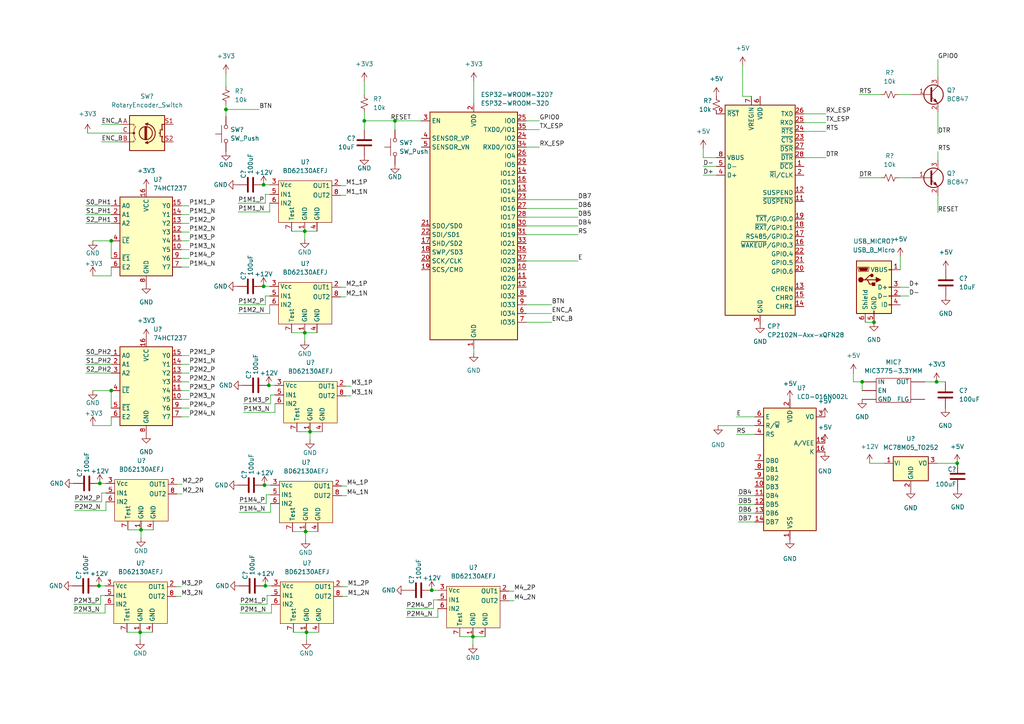
<source format=kicad_sch>
(kicad_sch (version 20211123) (generator eeschema)
  (paper "A4")
  (title_block (title "Main_Board") (rev "0"))
  (lib_symbols
    (symbol "74xx:74HCT237"
      (property "Reference" "U" (at -7.62 13.97 0))
      (property "Value" "74HCT237" (at 2.54 -11.43 0))
      (symbol "74HCT237_0_1"
        (rectangle (start -7.62 12.7) (end 7.62 -10.16) (stroke (width 0.254)) (fill (type background)))
      )
      (symbol "74HCT237_1_1"
        (pin input line (at -10.16 10.16 0) (length 2.54) (name "A0") (number "1"))
        (pin output line (at 10.16 -2.54 180) (length 2.54) (name "Y5") (number "10"))
        (pin output line (at 10.16 0 180) (length 2.54) (name "Y4") (number "11"))
        (pin output line (at 10.16 2.54 180) (length 2.54) (name "Y3") (number "12"))
        (pin output line (at 10.16 5.08 180) (length 2.54) (name "Y2") (number "13"))
        (pin output line (at 10.16 7.62 180) (length 2.54) (name "Y1") (number "14"))
        (pin output line (at 10.16 10.16 180) (length 2.54) (name "Y0") (number "15"))
        (pin power_in line (at 0 15.24 270) (length 2.54) (name "VCC") (number "16"))
        (pin input line (at -10.16 7.62 0) (length 2.54) (name "A1") (number "2"))
        (pin input line (at -10.16 5.08 0) (length 2.54) (name "A2") (number "3"))
        (pin input line (at -10.16 0 0) (length 2.54) (name "~{LE}") (number "4"))
        (pin input line (at -10.16 -5.08 0) (length 2.54) (name "~{E1}") (number "5"))
        (pin input line (at -10.16 -7.62 0) (length 2.54) (name "E2") (number "6"))
        (pin output line (at 10.16 -7.62 180) (length 2.54) (name "Y7") (number "7"))
        (pin power_in line (at 0 -12.7 90) (length 2.54) (name "GND") (number "8"))
        (pin output line (at 10.16 -5.08 180) (length 2.54) (name "Y6") (number "9"))
      )
    )
    (symbol "Connector:USB_B_Micro" (pin_names (offset 1.016))
      (property "Reference" "J" (at -5.08 11.43 0))
      (property "Value" "USB_B_Micro" (at -5.08 8.89 0))
      (symbol "USB_B_Micro_0_1"
        (rectangle (start -5.08 -7.62) (end 5.08 7.62) (stroke (width 0.254)) (fill (type background)))
        (circle (center -3.81 2.159) (radius 0.635) (stroke (width 0.254)) (fill (type outline)))
        (circle (center -0.635 3.429) (radius 0.381) (stroke (width 0.254)) (fill (type outline)))
        (rectangle (start -0.127 -7.62) (end 0.127 -6.858))
        (polyline (pts (xy -1.905 2.159) (xy 0.635 2.159)) (stroke (width 0.254)))
        (polyline (pts (xy -3.175 2.159) (xy -2.54 2.159) (xy -1.27 3.429) (xy -0.635 3.429)) (stroke (width 0.254)))
        (polyline (pts (xy -2.54 2.159) (xy -1.905 2.159) (xy -1.27 0.889) (xy 0 0.889)) (stroke (width 0.254)))
        (polyline (pts (xy 0.635 2.794) (xy 0.635 1.524) (xy 1.905 2.159) (xy 0.635 2.794)) (stroke (width 0.254)) (fill (type outline)))
        (polyline (pts (xy -4.318 5.588) (xy -1.778 5.588) (xy -2.032 4.826) (xy -4.064 4.826) (xy -4.318 5.588)) (fill (type outline)))
        (polyline (pts (xy -4.699 5.842) (xy -4.699 5.588) (xy -4.445 4.826) (xy -4.445 4.572) (xy -1.651 4.572) (xy -1.651 4.826) (xy -1.397 5.588) (xy -1.397 5.842) (xy -4.699 5.842)))
        (rectangle (start 0.254 1.27) (end -0.508 0.508) (stroke (width 0.254)) (fill (type outline)))
        (rectangle (start 5.08 -5.207) (end 4.318 -4.953))
        (rectangle (start 5.08 -2.667) (end 4.318 -2.413))
        (rectangle (start 5.08 -0.127) (end 4.318 0.127))
        (rectangle (start 5.08 4.953) (end 4.318 5.207))
      )
      (symbol "USB_B_Micro_1_1"
        (pin power_out line (at 7.62 5.08 180) (length 2.54) (name "VBUS") (number "1"))
        (pin bidirectional line (at 7.62 -2.54 180) (length 2.54) (name "D-") (number "2"))
        (pin bidirectional line (at 7.62 0 180) (length 2.54) (name "D+") (number "3"))
        (pin passive line (at 7.62 -5.08 180) (length 2.54) (name "ID") (number "4"))
        (pin power_out line (at 0 -10.16 90) (length 2.54) (name "GND") (number "5"))
        (pin passive line (at -2.54 -10.16 90) (length 2.54) (name "Shield") (number "6"))
      )
    )
    (symbol "Device:C" (pin_numbers hide) (pin_names (offset 0.254))
      (property "Reference" "C" (at 0.635 2.54 0))
      (property "Value" "C" (at 0.635 -2.54 0))
      (symbol "C_0_1"
        (polyline (pts (xy -2.032 -0.762) (xy 2.032 -0.762)) (stroke (width 0.508)))
        (polyline (pts (xy -2.032 0.762) (xy 2.032 0.762)) (stroke (width 0.508)))
      )
      (symbol "C_1_1"
        (pin passive line (at 0 3.81 270) (length 2.794) (name "~") (number "1"))
        (pin passive line (at 0 -3.81 90) (length 2.794) (name "~") (number "2"))
      )
    )
    (symbol "Device:R_Small_US" (pin_numbers hide) (pin_names (offset 0.254) hide)
      (property "Reference" "R" (at 0.762 0.508 0))
      (property "Value" "R_Small_US" (at 0.762 -1.016 0))
      (symbol "R_Small_US_1_1"
        (polyline (pts (xy 0 0) (xy 1.016 -0.381) (xy 0 -0.762) (xy -1.016 -1.143) (xy 0 -1.524)))
        (polyline (pts (xy 0 1.524) (xy 1.016 1.143) (xy 0 0.762) (xy -1.016 0.381) (xy 0 0)))
        (pin passive line (at 0 2.54 270) (length 1.016) (name "~") (number "1"))
        (pin passive line (at 0 -2.54 90) (length 1.016) (name "~") (number "2"))
      )
    )
    (symbol "Device:RotaryEncoder_Switch" (pin_names (offset 0.254) hide)
      (property "Reference" "SW" (at 0 6.604 0))
      (property "Value" "RotaryEncoder_Switch" (at 0 -6.604 0))
      (symbol "RotaryEncoder_Switch_0_1"
        (rectangle (start -5.08 5.08) (end 5.08 -5.08) (stroke (width 0.254)) (fill (type background)))
        (circle (center -3.81 0) (radius 0.254) (fill (type outline)))
        (arc (start -0.381 -2.794) (mid 2.3622 -0.0508) (end -0.381 2.667) (stroke (width 0.254)))
        (circle (center -0.381 0) (radius 1.905) (stroke (width 0.254)))
        (polyline (pts (xy -0.635 -1.778) (xy -0.635 1.778)) (stroke (width 0.254)))
        (polyline (pts (xy -0.381 -1.778) (xy -0.381 1.778)) (stroke (width 0.254)))
        (polyline (pts (xy -0.127 1.778) (xy -0.127 -1.778)) (stroke (width 0.254)))
        (polyline (pts (xy 3.81 0) (xy 3.429 0)) (stroke (width 0.254)))
        (polyline (pts (xy 3.81 1.016) (xy 3.81 -1.016)) (stroke (width 0.254)))
        (polyline (pts (xy -5.08 -2.54) (xy -3.81 -2.54) (xy -3.81 -2.032)))
        (polyline (pts (xy -5.08 2.54) (xy -3.81 2.54) (xy -3.81 2.032)))
        (polyline (pts (xy 0.254 -3.048) (xy -0.508 -2.794) (xy 0.127 -2.413)) (stroke (width 0.254)))
        (polyline (pts (xy 0.254 2.921) (xy -0.508 2.667) (xy 0.127 2.286)) (stroke (width 0.254)))
        (polyline (pts (xy 5.08 -2.54) (xy 4.318 -2.54) (xy 4.318 -1.016)) (stroke (width 0.254)))
        (polyline (pts (xy 5.08 2.54) (xy 4.318 2.54) (xy 4.318 1.016)) (stroke (width 0.254)))
        (polyline (pts (xy -5.08 0) (xy -3.81 0) (xy -3.81 -1.016) (xy -3.302 -2.032)))
        (polyline (pts (xy -4.318 0) (xy -3.81 0) (xy -3.81 1.016) (xy -3.302 2.032)))
        (circle (center 4.318 -1.016) (radius 0.127) (stroke (width 0.254)))
        (circle (center 4.318 1.016) (radius 0.127) (stroke (width 0.254)))
      )
      (symbol "RotaryEncoder_Switch_1_1"
        (pin passive line (at -7.62 2.54 0) (length 2.54) (name "A") (number "A"))
        (pin passive line (at -7.62 -2.54 0) (length 2.54) (name "B") (number "B"))
        (pin passive line (at -7.62 0 0) (length 2.54) (name "C") (number "C"))
        (pin passive line (at 7.62 2.54 180) (length 2.54) (name "S1") (number "S1"))
        (pin passive line (at 7.62 -2.54 180) (length 2.54) (name "S2") (number "S2"))
      )
    )
    (symbol "Display_Character:LCD-016N002L"
      (property "Reference" "U?" (at 2.0194 23.622 0))
      (property "Value" "LCD-016N002L" (at 2.0194 21.082 0))
      (symbol "LCD-016N002L_1_1"
        (rectangle (start -7.62 17.78) (end 7.62 -17.78) (stroke (width 0.254)) (fill (type background)))
        (pin power_in line (at 0 -20.32 90) (length 2.54) (name "VSS") (number "1"))
        (pin bidirectional line (at -10.16 -5.08 0) (length 2.54) (name "DB3") (number "10"))
        (pin bidirectional line (at -10.16 -7.62 0) (length 2.54) (name "DB4") (number "11"))
        (pin bidirectional line (at -10.16 -10.16 0) (length 2.54) (name "DB5") (number "12"))
        (pin bidirectional line (at -10.16 -12.7 0) (length 2.54) (name "DB6") (number "13"))
        (pin bidirectional line (at -10.16 -15.24 0) (length 2.54) (name "DB7") (number "14"))
        (pin power_in line (at 10.16 7.62 180) (length 2.54) (name "A/VEE") (number "15"))
        (pin power_in line (at 10.16 5.08 180) (length 2.54) (name "K") (number "16"))
        (pin power_in line (at 0 20.32 270) (length 2.54) (name "VDD") (number "2"))
        (pin input line (at 10.16 15.24 180) (length 2.54) (name "VO") (number "3"))
        (pin input line (at -10.16 10.16 0) (length 2.54) (name "RS") (number "4"))
        (pin input line (at -10.16 12.7 0) (length 2.54) (name "R/~{W}") (number "5"))
        (pin input line (at -10.16 15.24 0) (length 2.54) (name "E") (number "6"))
        (pin bidirectional line (at -10.16 2.54 0) (length 2.54) (name "DB0") (number "7"))
        (pin bidirectional line (at -10.16 0 0) (length 2.54) (name "DB1") (number "8"))
        (pin bidirectional line (at -10.16 -2.54 0) (length 2.54) (name "DB2") (number "9"))
      )
    )
    (symbol "Interface_USB:CP2102N-Axx-xQFN28"
      (property "Reference" "U" (at -8.89 31.75 0))
      (property "Value" "CP2102N-Axx-xQFN28" (at 12.7 31.75 0))
      (symbol "CP2102N-Axx-xQFN28_0_1"
        (rectangle (start -10.16 30.48) (end 10.16 -30.48) (stroke (width 0.254)) (fill (type background)))
      )
      (symbol "CP2102N-Axx-xQFN28_1_1"
        (pin input line (at 12.7 12.7 180) (length 2.54) (name "~{DCD}") (number "1"))
        (pin no_connect line (at -10.16 -27.94 0) (length 2.54) hide (name "NC") (number "10"))
        (pin output line (at 12.7 2.54 180) (length 2.54) (name "~{SUSPEND}") (number "11"))
        (pin output line (at 12.7 5.08 180) (length 2.54) (name "SUSPEND") (number "12"))
        (pin output line (at 12.7 -22.86 180) (length 2.54) (name "CHREN") (number "13"))
        (pin output line (at 12.7 -27.94 180) (length 2.54) (name "CHR1") (number "14"))
        (pin output line (at 12.7 -25.4 180) (length 2.54) (name "CHR0") (number "15"))
        (pin bidirectional line (at 12.7 -10.16 180) (length 2.54) (name "~{WAKEUP}/GPIO.3") (number "16"))
        (pin bidirectional line (at 12.7 -7.62 180) (length 2.54) (name "RS485/GPIO.2") (number "17"))
        (pin bidirectional line (at 12.7 -5.08 180) (length 2.54) (name "~{RXT}/GPIO.1") (number "18"))
        (pin bidirectional line (at 12.7 -2.54 180) (length 2.54) (name "~{TXT}/GPIO.0") (number "19"))
        (pin bidirectional line (at 12.7 10.16 180) (length 2.54) (name "~{RI}/CLK") (number "2"))
        (pin bidirectional line (at 12.7 -17.78 180) (length 2.54) (name "GPIO.6") (number "20"))
        (pin bidirectional line (at 12.7 -15.24 180) (length 2.54) (name "GPIO.5") (number "21"))
        (pin bidirectional line (at 12.7 -12.7 180) (length 2.54) (name "GPIO.4") (number "22"))
        (pin input line (at 12.7 20.32 180) (length 2.54) (name "~{CTS}") (number "23"))
        (pin output line (at 12.7 22.86 180) (length 2.54) (name "~{RTS}") (number "24"))
        (pin input line (at 12.7 25.4 180) (length 2.54) (name "RXD") (number "25"))
        (pin output line (at 12.7 27.94 180) (length 2.54) (name "TXD") (number "26"))
        (pin input line (at 12.7 17.78 180) (length 2.54) (name "~{DSR}") (number "27"))
        (pin output line (at 12.7 15.24 180) (length 2.54) (name "~{DTR}") (number "28"))
        (pin passive line (at 0 -33.02 90) (length 2.54) hide (name "GND") (number "29"))
        (pin power_in line (at 0 -33.02 90) (length 2.54) (name "GND") (number "3"))
        (pin bidirectional line (at -12.7 10.16 0) (length 2.54) (name "D+") (number "4"))
        (pin bidirectional line (at -12.7 12.7 0) (length 2.54) (name "D-") (number "5"))
        (pin power_in line (at 0 33.02 270) (length 2.54) (name "VDD") (number "6"))
        (pin power_in line (at -2.54 33.02 270) (length 2.54) (name "VREGIN") (number "7"))
        (pin input line (at -12.7 15.24 0) (length 2.54) (name "VBUS") (number "8"))
        (pin input line (at -12.7 27.94 0) (length 2.54) (name "~{RST}") (number "9"))
      )
    )
    (symbol "LinReg:MIC3775-3.3YMM"
      (property "Reference" "REG" (at 1.016 0.254 0))
      (property "Value" "MIC3775-3.3YMM" (at 0.635 -1.651 0))
      (symbol "MIC3775-3.3YMM_0_1"
        (rectangle (start -4.191 -2.794) (end 5.842 -9.779))
      )
      (symbol "MIC3775-3.3YMM_1_1"
        (pin input line (at -8.255 -6.35 0) (length 4) (name "EN") (number "EN"))
        (pin output line (at 9.906 -8.89 180) (length 4) (name "FLG") (number "FLG"))
        (pin input line (at -8.255 -8.89 0) (length 4) (name "GND") (number "GND"))
        (pin input line (at -8.255 -3.81 0) (length 4) (name "IN") (number "IN"))
        (pin output line (at 9.906 -3.81 180) (length 4) (name "OUT") (number "OUT"))
      )
    )
    (symbol "RF_Module:ESP32-WROOM-32D"
      (property "Reference" "U" (at -12.7 34.29 0))
      (property "Value" "ESP32-WROOM-32D" (at 1.27 34.29 0))
      (symbol "ESP32-WROOM-32D_0_1"
        (rectangle (start -12.7 33.02) (end 12.7 -33.02) (stroke (width 0.254)) (fill (type background)))
      )
      (symbol "ESP32-WROOM-32D_1_1"
        (pin power_in line (at 0 -35.56 90) (length 2.54) (name "GND") (number "1"))
        (pin bidirectional line (at 15.24 -12.7 180) (length 2.54) (name "IO25") (number "10"))
        (pin bidirectional line (at 15.24 -15.24 180) (length 2.54) (name "IO26") (number "11"))
        (pin bidirectional line (at 15.24 -17.78 180) (length 2.54) (name "IO27") (number "12"))
        (pin bidirectional line (at 15.24 10.16 180) (length 2.54) (name "IO14") (number "13"))
        (pin bidirectional line (at 15.24 15.24 180) (length 2.54) (name "IO12") (number "14"))
        (pin passive line (at 0 -35.56 90) (length 2.54) hide (name "GND") (number "15"))
        (pin bidirectional line (at 15.24 12.7 180) (length 2.54) (name "IO13") (number "16"))
        (pin bidirectional line (at -15.24 -5.08 0) (length 2.54) (name "SHD/SD2") (number "17"))
        (pin bidirectional line (at -15.24 -7.62 0) (length 2.54) (name "SWP/SD3") (number "18"))
        (pin bidirectional line (at -15.24 -12.7 0) (length 2.54) (name "SCS/CMD") (number "19"))
        (pin power_in line (at 0 35.56 270) (length 2.54) (name "VDD") (number "2"))
        (pin bidirectional line (at -15.24 -10.16 0) (length 2.54) (name "SCK/CLK") (number "20"))
        (pin bidirectional line (at -15.24 0 0) (length 2.54) (name "SDO/SD0") (number "21"))
        (pin bidirectional line (at -15.24 -2.54 0) (length 2.54) (name "SDI/SD1") (number "22"))
        (pin bidirectional line (at 15.24 7.62 180) (length 2.54) (name "IO15") (number "23"))
        (pin bidirectional line (at 15.24 25.4 180) (length 2.54) (name "IO2") (number "24"))
        (pin bidirectional line (at 15.24 30.48 180) (length 2.54) (name "IO0") (number "25"))
        (pin bidirectional line (at 15.24 20.32 180) (length 2.54) (name "IO4") (number "26"))
        (pin bidirectional line (at 15.24 5.08 180) (length 2.54) (name "IO16") (number "27"))
        (pin bidirectional line (at 15.24 2.54 180) (length 2.54) (name "IO17") (number "28"))
        (pin bidirectional line (at 15.24 17.78 180) (length 2.54) (name "IO5") (number "29"))
        (pin input line (at -15.24 30.48 0) (length 2.54) (name "EN") (number "3"))
        (pin bidirectional line (at 15.24 0 180) (length 2.54) (name "IO18") (number "30"))
        (pin bidirectional line (at 15.24 -2.54 180) (length 2.54) (name "IO19") (number "31"))
        (pin no_connect line (at -12.7 -27.94 0) (length 2.54) hide (name "NC") (number "32"))
        (pin bidirectional line (at 15.24 -5.08 180) (length 2.54) (name "IO21") (number "33"))
        (pin bidirectional line (at 15.24 22.86 180) (length 2.54) (name "RXD0/IO3") (number "34"))
        (pin bidirectional line (at 15.24 27.94 180) (length 2.54) (name "TXD0/IO1") (number "35"))
        (pin bidirectional line (at 15.24 -7.62 180) (length 2.54) (name "IO22") (number "36"))
        (pin bidirectional line (at 15.24 -10.16 180) (length 2.54) (name "IO23") (number "37"))
        (pin passive line (at 0 -35.56 90) (length 2.54) hide (name "GND") (number "38"))
        (pin passive line (at 0 -35.56 90) (length 2.54) hide (name "GND") (number "39"))
        (pin input line (at -15.24 25.4 0) (length 2.54) (name "SENSOR_VP") (number "4"))
        (pin input line (at -15.24 22.86 0) (length 2.54) (name "SENSOR_VN") (number "5"))
        (pin input line (at 15.24 -25.4 180) (length 2.54) (name "IO34") (number "6"))
        (pin input line (at 15.24 -27.94 180) (length 2.54) (name "IO35") (number "7"))
        (pin bidirectional line (at 15.24 -20.32 180) (length 2.54) (name "IO32") (number "8"))
        (pin bidirectional line (at 15.24 -22.86 180) (length 2.54) (name "IO33") (number "9"))
      )
    )
    (symbol "Regulator_Linear:MC78M05_TO252" (pin_names (offset 0.254))
      (property "Reference" "U" (at -3.81 3.175 0))
      (property "Value" "MC78M05_TO252" (at 0 3.175 0))
      (symbol "MC78M05_TO252_0_1"
        (rectangle (start -5.08 1.905) (end 5.08 -5.08) (stroke (width 0.254)) (fill (type background)))
      )
      (symbol "MC78M05_TO252_1_1"
        (pin power_in line (at -7.62 0 0) (length 2.54) (name "VI") (number "1"))
        (pin power_in line (at 0 -7.62 90) (length 2.54) (name "GND") (number "2"))
        (pin power_out line (at 7.62 0 180) (length 2.54) (name "VO") (number "3"))
      )
    )
    (symbol "Switch:SW_Push" (pin_numbers hide) (pin_names (offset 1.016) hide)
      (property "Reference" "SW" (at 1.27 2.54 0))
      (property "Value" "SW_Push" (at 0 -1.524 0))
      (symbol "SW_Push_0_1"
        (circle (center -2.032 0) (radius 0.508))
        (polyline (pts (xy 0 1.27) (xy 0 3.048)))
        (polyline (pts (xy 2.54 1.27) (xy -2.54 1.27)))
        (circle (center 2.032 0) (radius 0.508))
        (pin passive line (at -5.08 0 0) (length 2.54) (name "1") (number "1"))
        (pin passive line (at 5.08 0 180) (length 2.54) (name "2") (number "2"))
      )
    )
    (symbol "Transistor_BJT:BC847" (pin_names (offset 0) hide)
      (property "Reference" "Q" (at 5.08 1.905 0))
      (property "Value" "BC847" (at 5.08 0 0))
      (symbol "BC847_0_1"
        (polyline (pts (xy 0.635 0.635) (xy 2.54 2.54)))
        (polyline (pts (xy 0.635 -0.635) (xy 2.54 -2.54) (xy 2.54 -2.54)))
        (polyline (pts (xy 0.635 1.905) (xy 0.635 -1.905) (xy 0.635 -1.905)) (stroke (width 0.508)))
        (polyline (pts (xy 1.27 -1.778) (xy 1.778 -1.27) (xy 2.286 -2.286) (xy 1.27 -1.778) (xy 1.27 -1.778)) (fill (type outline)))
        (circle (center 1.27 0) (radius 2.8194) (stroke (width 0.254)))
      )
      (symbol "BC847_1_1"
        (pin input line (at -5.08 0 0) (length 5.715) (name "B") (number "1"))
        (pin passive line (at 2.54 -5.08 90) (length 2.54) (name "E") (number "2"))
        (pin passive line (at 2.54 5.08 270) (length 2.54) (name "C") (number "3"))
      )
    )
    (symbol "WyattLib:BD62130AEFJ"
      (property "Reference" "U" (at 8.89 -3.302 0))
      (property "Value" "BD62130AEFJ" (at 0 8.89 0))
      (symbol "BD62130AEFJ_0_1"
        (rectangle (start -7.62 8.001) (end 7.874 -4.064) (fill (type background)))
      )
      (symbol "BD62130AEFJ_1_1"
        (pin power_in line (at 0 -6.604 90) (length 2.54) (name "GND") (number "1"))
        (pin power_out line (at 10.414 6.604 180) (length 2.54) (name "OUT1") (number "2"))
        (pin power_in line (at -10.16 6.858 0) (length 2.54) (name "Vcc") (number "3"))
        (pin power_in line (at 3.556 -6.604 90) (length 2.54) (name "GND") (number "4"))
        (pin input line (at -10.16 4.064 0) (length 2.54) (name "IN1") (number "5"))
        (pin input line (at -10.16 1.524 0) (length 2.54) (name "IN2") (number "6"))
        (pin input line (at -3.81 -6.604 90) (length 2.54) (name "Test") (number "7"))
        (pin power_out line (at 10.414 3.81 180) (length 2.54) (name "OUT2") (number "8"))
      )
    )
    (symbol "power:+12V" (power) (pin_names (offset 0))
      (property "Value" "+12V" (at 0 3.556 0))
      (symbol "+12V_0_1"
        (polyline (pts (xy -0.762 1.27) (xy 0 2.54)))
        (polyline (pts (xy 0 0) (xy 0 2.54)))
        (polyline (pts (xy 0 2.54) (xy 0.762 1.27)))
      )
      (symbol "+12V_1_1"
        (pin power_in line (at 0 0 90) (length 0) hide (name "+12V") (number "1"))
      )
    )
    (symbol "power:+3.3V" (power) (pin_names (offset 0))
      (property "Value" "+3.3V" (at 0 3.556 0))
      (symbol "+3.3V_0_1"
        (polyline (pts (xy -0.762 1.27) (xy 0 2.54)))
        (polyline (pts (xy 0 0) (xy 0 2.54)))
        (polyline (pts (xy 0 2.54) (xy 0.762 1.27)))
      )
      (symbol "+3.3V_1_1"
        (pin power_in line (at 0 0 90) (length 0) hide (name "+3V3") (number "1"))
      )
    )
    (symbol "power:+5V" (power) (pin_names (offset 0))
      (property "Value" "+5V" (at 0 3.556 0))
      (symbol "+5V_0_1"
        (polyline (pts (xy -0.762 1.27) (xy 0 2.54)))
        (polyline (pts (xy 0 0) (xy 0 2.54)))
        (polyline (pts (xy 0 2.54) (xy 0.762 1.27)))
      )
      (symbol "+5V_1_1"
        (pin power_in line (at 0 0 90) (length 0) hide (name "+5V") (number "1"))
      )
    )
    (symbol "power:GND" (power) (pin_names (offset 0))
      (property "Value" "GND" (at 0 -3.81 0))
      (symbol "GND_0_1"
        (polyline (pts (xy 0 0) (xy 0 -1.27) (xy 1.27 -1.27) (xy 0 -2.54) (xy -1.27 -1.27) (xy 0 -1.27)))
      )
      (symbol "GND_1_1"
        (pin power_in line (at 0 0 270) (length 0) hide (name "GND") (number "1"))
      )
    )
  )
  (junction (at 76.454 83.058))
  (junction (at 28.956 140.208))
  (junction (at 76.454 53.594))
  (junction (at 32.258 113.284))
  (junction (at 253.492 93.472))
  (junction (at 89.916 125.222))
  (junction (at 40.64 183.388))
  (junction (at 65.532 31.75))
  (junction (at 137.16 184.658))
  (junction (at 277.622 134.366))
  (junction (at 88.9 183.388))
  (junction (at 77.978 111.76))
  (junction (at 271.653 110.744))
  (junction (at 76.708 140.716))
  (junction (at 32.258 69.85))
  (junction (at 105.664 35.052))
  (junction (at 114.554 35.052))
  (junction (at 125.222 171.196))
  (junction (at 76.962 169.926))
  (junction (at 250.063 110.744))
  (junction (at 28.702 169.926))
  (junction (at 88.646 154.178))
  (junction (at 88.392 67.056))
  (junction (at 88.392 96.52))
  (junction (at 40.894 153.67))
  (wire (pts (xy 214.122 148.844) (xy 218.948 148.844)))
  (wire (pts (xy 32.258 77.47) (xy 32.258 80.01)))
  (wire (pts (xy 99.06 143.764) (xy 100.584 143.764)))
  (wire (pts (xy 86.106 125.222) (xy 89.916 125.222)))
  (wire (pts (xy 215.392 19.05) (xy 215.392 27.94)))
  (wire (pts (xy 268.224 110.744) (xy 271.653 110.744)))
  (wire (pts (xy 69.088 61.468) (xy 78.232 61.468)))
  (wire (pts (xy 152.654 60.452) (xy 167.64 60.452)))
  (wire (pts (xy 203.962 50.8) (xy 207.772 50.8)))
  (wire (pts (xy 78.232 85.852) (xy 76.962 85.852)))
  (wire (pts (xy 105.664 32.512) (xy 105.664 35.052)))
  (wire (pts (xy 99.06 140.97) (xy 100.584 140.97)))
  (wire (pts (xy 51.308 140.462) (xy 52.832 140.462)))
  (wire (pts (xy 147.574 171.45) (xy 149.098 171.45)))
  (wire (pts (xy 76.454 83.058) (xy 78.232 83.058)))
  (wire (pts (xy 127 173.99) (xy 125.73 173.99)))
  (wire (pts (xy 26.924 80.01) (xy 32.258 80.01)))
  (wire (pts (xy 78.232 88.392) (xy 78.232 90.932)))
  (wire (pts (xy 247.523 108.204) (xy 247.523 110.744)))
  (wire (pts (xy 52.578 108.204) (xy 54.864 108.204)))
  (wire (pts (xy 152.654 42.672) (xy 156.464 42.672)))
  (wire (pts (xy 51.054 172.974) (xy 52.578 172.974)))
  (wire (pts (xy 100.33 112.014) (xy 101.854 112.014)))
  (wire (pts (xy 24.892 59.69) (xy 32.258 59.69)))
  (wire (pts (xy 21.59 148.082) (xy 30.734 148.082)))
  (wire (pts (xy 24.892 62.23) (xy 32.258 62.23)))
  (wire (pts (xy 247.523 110.744) (xy 250.063 110.744)))
  (wire (pts (xy 76.962 85.852) (xy 76.962 88.392)))
  (wire (pts (xy 117.856 179.07) (xy 127 179.07)))
  (wire (pts (xy 260.604 51.562) (xy 264.414 51.562)))
  (wire (pts (xy 152.654 88.392) (xy 160.02 88.392)))
  (wire (pts (xy 100.33 114.808) (xy 101.854 114.808)))
  (wire (pts (xy 137.414 101.092) (xy 137.414 102.362)))
  (wire (pts (xy 79.756 114.554) (xy 78.486 114.554)))
  (wire (pts (xy 21.336 175.26) (xy 29.21 175.26)))
  (wire (pts (xy 213.614 120.904) (xy 218.948 120.904)))
  (wire (pts (xy 89.916 125.222) (xy 89.916 127.508)))
  (wire (pts (xy 137.414 23.622) (xy 137.414 29.972)))
  (wire (pts (xy 78.486 146.05) (xy 78.486 148.59)))
  (wire (pts (xy 52.578 67.31) (xy 54.864 67.31)))
  (wire (pts (xy 88.392 96.52) (xy 88.392 98.806)))
  (wire (pts (xy 272.034 17.272) (xy 272.034 22.352)))
  (wire (pts (xy 52.578 103.124) (xy 54.864 103.124)))
  (wire (pts (xy 215.392 27.94) (xy 217.932 27.94)))
  (wire (pts (xy 40.64 183.388) (xy 44.196 183.388)))
  (wire (pts (xy 261.112 85.852) (xy 263.652 85.852)))
  (wire (pts (xy 78.232 58.928) (xy 78.232 61.468)))
  (wire (pts (xy 52.578 105.664) (xy 54.864 105.664)))
  (wire (pts (xy 30.48 175.26) (xy 30.48 177.8)))
  (wire (pts (xy 36.83 183.388) (xy 40.64 183.388)))
  (wire (pts (xy 152.654 65.532) (xy 167.64 65.532)))
  (wire (pts (xy 65.532 31.75) (xy 65.532 33.782)))
  (wire (pts (xy 214.122 151.384) (xy 218.948 151.384)))
  (wire (pts (xy 24.892 108.204) (xy 32.258 108.204)))
  (wire (pts (xy 32.258 120.904) (xy 32.258 123.444)))
  (wire (pts (xy 261.112 83.312) (xy 263.652 83.312)))
  (wire (pts (xy 29.21 172.72) (xy 29.21 175.26)))
  (wire (pts (xy 249.174 51.562) (xy 255.524 51.562)))
  (wire (pts (xy 213.614 125.984) (xy 218.948 125.984)))
  (wire (pts (xy 261.112 74.422) (xy 261.112 78.232)))
  (wire (pts (xy 69.342 148.59) (xy 78.486 148.59)))
  (wire (pts (xy 65.532 30.226) (xy 65.532 31.75)))
  (wire (pts (xy 24.892 64.77) (xy 32.258 64.77)))
  (wire (pts (xy 277.622 134.366) (xy 277.749 134.366)))
  (wire (pts (xy 203.962 45.72) (xy 207.772 45.72)))
  (wire (pts (xy 28.956 140.208) (xy 30.734 140.208)))
  (wire (pts (xy 249.174 27.432) (xy 255.524 27.432)))
  (wire (pts (xy 76.708 140.716) (xy 78.486 140.716)))
  (wire (pts (xy 30.734 145.542) (xy 30.734 148.082)))
  (wire (pts (xy 114.554 35.052) (xy 122.174 35.052)))
  (wire (pts (xy 147.574 174.244) (xy 149.098 174.244)))
  (wire (pts (xy 88.9 183.388) (xy 88.9 185.674)))
  (wire (pts (xy 32.258 69.85) (xy 32.258 74.93)))
  (wire (pts (xy 105.664 35.052) (xy 105.664 37.592)))
  (wire (pts (xy 65.532 21.336) (xy 65.532 25.146)))
  (wire (pts (xy 88.392 96.52) (xy 91.948 96.52)))
  (wire (pts (xy 152.654 93.472) (xy 160.02 93.472)))
  (wire (pts (xy 85.09 183.388) (xy 88.9 183.388)))
  (wire (pts (xy 250.952 93.472) (xy 253.492 93.472)))
  (wire (pts (xy 208.28 123.444) (xy 218.948 123.444)))
  (wire (pts (xy 89.916 125.222) (xy 93.472 125.222)))
  (wire (pts (xy 88.392 67.056) (xy 91.948 67.056)))
  (wire (pts (xy 84.582 96.52) (xy 88.392 96.52)))
  (wire (pts (xy 29.464 36.068) (xy 35.052 36.068)))
  (wire (pts (xy 70.612 119.634) (xy 79.756 119.634)))
  (wire (pts (xy 69.088 90.932) (xy 78.232 90.932)))
  (wire (pts (xy 98.806 53.848) (xy 100.33 53.848)))
  (wire (pts (xy 76.454 53.594) (xy 78.232 53.594)))
  (wire (pts (xy 52.578 59.69) (xy 54.864 59.69)))
  (wire (pts (xy 114.554 37.592) (xy 114.554 35.052)))
  (wire (pts (xy 271.653 110.744) (xy 274.193 110.744)))
  (wire (pts (xy 250.063 110.744) (xy 250.063 113.284)))
  (wire (pts (xy 40.64 183.388) (xy 40.64 185.674)))
  (wire (pts (xy 152.654 90.932) (xy 160.02 90.932)))
  (wire (pts (xy 203.962 43.18) (xy 203.962 45.72)))
  (wire (pts (xy 69.342 146.05) (xy 77.216 146.05)))
  (wire (pts (xy 88.9 183.388) (xy 92.456 183.388)))
  (wire (pts (xy 125.222 171.196) (xy 127 171.196)))
  (wire (pts (xy 84.836 154.178) (xy 88.646 154.178)))
  (wire (pts (xy 84.582 67.056) (xy 88.392 67.056)))
  (wire (pts (xy 133.35 184.658) (xy 137.16 184.658)))
  (wire (pts (xy 105.664 35.052) (xy 114.554 35.052)))
  (wire (pts (xy 52.578 120.904) (xy 54.864 120.904)))
  (wire (pts (xy 32.258 113.284) (xy 32.258 118.364)))
  (wire (pts (xy 52.578 64.77) (xy 54.864 64.77)))
  (wire (pts (xy 152.654 62.992) (xy 167.64 62.992)))
  (wire (pts (xy 272.034 43.942) (xy 272.034 46.482)))
  (wire (pts (xy 260.604 27.432) (xy 264.414 27.432)))
  (wire (pts (xy 52.578 69.85) (xy 54.864 69.85)))
  (wire (pts (xy 21.336 177.8) (xy 30.48 177.8)))
  (wire (pts (xy 152.654 75.692) (xy 167.64 75.692)))
  (wire (pts (xy 40.894 153.67) (xy 40.894 155.956)))
  (wire (pts (xy 37.084 153.67) (xy 40.894 153.67)))
  (wire (pts (xy 77.47 172.72) (xy 77.47 175.26)))
  (wire (pts (xy 28.702 169.926) (xy 30.48 169.926)))
  (wire (pts (xy 79.756 117.094) (xy 79.756 119.634)))
  (wire (pts (xy 88.646 154.178) (xy 88.646 156.464)))
  (wire (pts (xy 272.034 32.512) (xy 272.034 38.862)))
  (wire (pts (xy 69.596 177.8) (xy 78.74 177.8)))
  (wire (pts (xy 70.612 117.094) (xy 78.486 117.094)))
  (wire (pts (xy 98.806 83.312) (xy 100.33 83.312)))
  (wire (pts (xy 76.962 56.388) (xy 76.962 58.928)))
  (wire (pts (xy 76.962 169.926) (xy 78.74 169.926)))
  (wire (pts (xy 152.654 68.072) (xy 167.64 68.072)))
  (wire (pts (xy 105.664 23.622) (xy 105.664 27.432)))
  (wire (pts (xy 152.654 37.592) (xy 156.464 37.592)))
  (wire (pts (xy 52.578 118.364) (xy 54.864 118.364)))
  (wire (pts (xy 78.232 56.388) (xy 76.962 56.388)))
  (wire (pts (xy 77.216 143.51) (xy 77.216 146.05)))
  (wire (pts (xy 214.122 143.764) (xy 218.948 143.764)))
  (wire (pts (xy 152.654 57.912) (xy 167.64 57.912)))
  (wire (pts (xy 52.578 74.93) (xy 54.864 74.93)))
  (wire (pts (xy 137.16 184.658) (xy 137.16 186.944)))
  (wire (pts (xy 271.78 134.366) (xy 277.622 134.366)))
  (wire (pts (xy 233.172 33.02) (xy 239.522 33.02)))
  (wire (pts (xy 25.4 38.608) (xy 35.052 38.608)))
  (wire (pts (xy 29.464 143.002) (xy 29.464 145.542)))
  (wire (pts (xy 233.172 35.56) (xy 239.522 35.56)))
  (wire (pts (xy 52.578 115.824) (xy 54.864 115.824)))
  (wire (pts (xy 98.806 86.106) (xy 100.33 86.106)))
  (wire (pts (xy 78.486 114.554) (xy 78.486 117.094)))
  (wire (pts (xy 26.924 123.444) (xy 32.258 123.444)))
  (wire (pts (xy 233.172 45.72) (xy 239.522 45.72)))
  (wire (pts (xy 77.978 111.76) (xy 79.756 111.76)))
  (wire (pts (xy 24.892 105.664) (xy 32.258 105.664)))
  (wire (pts (xy 52.578 72.39) (xy 54.864 72.39)))
  (wire (pts (xy 40.894 153.67) (xy 44.45 153.67)))
  (wire (pts (xy 88.392 67.056) (xy 88.392 69.342)))
  (wire (pts (xy 214.122 146.304) (xy 218.948 146.304)))
  (wire (pts (xy 52.578 62.23) (xy 54.864 62.23)))
  (wire (pts (xy 30.48 172.72) (xy 29.21 172.72)))
  (wire (pts (xy 51.054 170.18) (xy 52.578 170.18)))
  (wire (pts (xy 125.73 173.99) (xy 125.73 176.53)))
  (wire (pts (xy 78.74 175.26) (xy 78.74 177.8)))
  (wire (pts (xy 203.962 48.26) (xy 207.772 48.26)))
  (wire (pts (xy 26.924 69.85) (xy 32.258 69.85)))
  (wire (pts (xy 52.578 110.744) (xy 54.864 110.744)))
  (wire (pts (xy 29.464 41.148) (xy 35.052 41.148)))
  (wire (pts (xy 99.314 170.18) (xy 100.838 170.18)))
  (wire (pts (xy 152.654 35.052) (xy 156.464 35.052)))
  (wire (pts (xy 99.314 172.974) (xy 100.838 172.974)))
  (wire (pts (xy 233.172 38.1) (xy 239.522 38.1)))
  (wire (pts (xy 21.59 145.542) (xy 29.464 145.542)))
  (wire (pts (xy 78.74 172.72) (xy 77.47 172.72)))
  (wire (pts (xy 52.578 77.47) (xy 54.864 77.47)))
  (wire (pts (xy 52.578 113.284) (xy 54.864 113.284)))
  (wire (pts (xy 117.856 176.53) (xy 125.73 176.53)))
  (wire (pts (xy 137.16 184.658) (xy 140.716 184.658)))
  (wire (pts (xy 30.734 143.002) (xy 29.464 143.002)))
  (wire (pts (xy 65.532 31.75) (xy 75.184 31.75)))
  (wire (pts (xy 78.486 143.51) (xy 77.216 143.51)))
  (wire (pts (xy 88.646 154.178) (xy 92.202 154.178)))
  (wire (pts (xy 127 176.53) (xy 127 179.07)))
  (wire (pts (xy 51.308 143.256) (xy 52.832 143.256)))
  (wire (pts (xy 252.222 134.366) (xy 256.54 134.366)))
  (wire (pts (xy 272.034 56.642) (xy 272.034 61.722)))
  (wire (pts (xy 24.892 103.124) (xy 32.258 103.124)))
  (wire (pts (xy 69.596 175.26) (xy 77.47 175.26)))
  (wire (pts (xy 26.924 113.284) (xy 32.258 113.284)))
  (wire (pts (xy 69.088 88.392) (xy 76.962 88.392)))
  (wire (pts (xy 98.806 56.642) (xy 100.33 56.642)))
  (wire (pts (xy 69.088 58.928) (xy 76.962 58.928)))
  (label "ENC_B" (at 29.464 41.148 0))
  (label "P1M1_P" (at 69.088 58.928 0))
  (label "P1M1_N" (at 54.864 62.23 0))
  (label "M1_1N" (at 100.33 56.642 0))
  (label "ENC_A" (at 160.02 90.932 0))
  (label "D-" (at 203.962 48.26 0))
  (label "M4_1P" (at 100.584 140.97 0))
  (label "S2_PH2" (at 24.892 108.204 0))
  (label "BTN" (at 75.184 31.75 0))
  (label "P2M4_P" (at 117.856 176.53 0))
  (label "M4_2P" (at 149.098 171.45 0))
  (label "P2M2_N" (at 54.864 110.744 0))
  (label "DTR" (at 272.034 38.862 0))
  (label "P2M1_N" (at 69.596 177.8 0))
  (label "RTS" (at 239.522 38.1 0))
  (label "DB6" (at 167.64 60.452 0))
  (label "M3_2P" (at 52.578 170.18 0))
  (label "P1M3_P" (at 54.864 69.85 0))
  (label "P2M1_P" (at 69.596 175.26 0))
  (label "S2_PH1" (at 24.892 64.77 0))
  (label "BTN" (at 160.02 88.392 0))
  (label "P2M4_P" (at 54.864 118.364 0))
  (label "P1M2_N" (at 54.864 67.31 0))
  (label "S1_PH1" (at 24.892 62.23 0))
  (label "RTS" (at 249.174 27.432 0))
  (label "S1_PH2" (at 24.892 105.664 0))
  (label "ENC_A" (at 29.464 36.068 0))
  (label "DB4" (at 167.64 65.532 0))
  (label "DB7" (at 214.122 151.384 0))
  (label "M1_2P" (at 100.838 170.18 0))
  (label "S0_PH1" (at 24.892 59.69 0))
  (label "P1M2_N" (at 69.088 90.932 0))
  (label "P1M2_P" (at 69.088 88.392 0))
  (label "DTR" (at 239.522 45.72 0))
  (label "P2M3_P" (at 21.336 175.26 0))
  (label "M3_1P" (at 101.854 112.014 0))
  (label "RX_ESP" (at 239.522 33.02 0))
  (label "RESET" (at 113.284 35.052 0))
  (label "DB6" (at 214.122 148.844 0))
  (label "P2M1_N" (at 54.864 105.664 0))
  (label "ENC_B" (at 160.02 93.472 0))
  (label "M3_2N" (at 52.578 172.974 0))
  (label "P1M2_P" (at 54.864 64.77 0))
  (label "P1M1_N" (at 69.088 61.468 0))
  (label "D+" (at 263.652 83.312 0))
  (label "P2M4_N" (at 54.864 120.904 0))
  (label "S0_PH2" (at 24.892 103.124 0))
  (label "M3_1N" (at 101.854 114.808 0))
  (label "GPIO0" (at 272.034 17.272 0))
  (label "P2M3_N" (at 54.864 115.824 0))
  (label "M4_1N" (at 100.584 143.764 0))
  (label "E" (at 167.64 75.692 0))
  (label "M2_2N" (at 52.832 143.256 0))
  (label "RS" (at 213.614 125.984 0))
  (label "P1M4_N" (at 69.342 148.59 0))
  (label "M4_2N" (at 149.098 174.244 0))
  (label "DB5" (at 167.64 62.992 0))
  (label "P1M1_P" (at 54.864 59.69 0))
  (label "P2M3_N" (at 21.336 177.8 0))
  (label "P2M2_N" (at 21.59 148.082 0))
  (label "RESET" (at 272.034 61.722 0))
  (label "P2M2_P" (at 21.59 145.542 0))
  (label "M1_2N" (at 100.838 172.974 0))
  (label "M2_2P" (at 52.832 140.462 0))
  (label "RTS" (at 272.034 43.942 0))
  (label "P2M4_N" (at 117.856 179.07 0))
  (label "DB4" (at 214.122 143.764 0))
  (label "P2M2_P" (at 54.864 108.204 0))
  (label "TX_ESP" (at 156.464 37.592 0))
  (label "D-" (at 263.652 85.852 0))
  (label "RS" (at 167.64 68.072 0))
  (label "M1_1P" (at 100.33 53.848 0))
  (label "TX_ESP" (at 239.522 35.56 0))
  (label "DTR" (at 249.174 51.562 0))
  (label "M2_1N" (at 100.33 86.106 0))
  (label "P1M4_P" (at 69.342 146.05 0))
  (label "P2M1_P" (at 54.864 103.124 0))
  (label "RX_ESP" (at 156.464 42.672 0))
  (label "P1M3_N" (at 54.864 72.39 0))
  (label "D+" (at 203.962 50.8 0))
  (label "P1M3_N" (at 70.612 119.634 0))
  (label "M2_1P" (at 100.33 83.312 0))
  (label "GPIO0" (at 156.464 35.052 0))
  (label "P2M3_P" (at 54.864 113.284 0))
  (label "DB5" (at 214.122 146.304 0))
  (label "P1M4_N" (at 54.864 77.47 0))
  (label "P1M3_P" (at 70.612 117.094 0))
  (label "DB7" (at 167.64 57.912 0))
  (label "P1M4_P" (at 54.864 74.93 0))
  (label "E" (at 213.614 120.904 0))
  (symbol (lib_id "Device:C") (at 277.749 138.176 0) (unit 1)
    (property "Reference" "C?" (at 274.828 136.144 0) (effects (justify left)))
    (property "Value" "100uF" (at 271.272 140.462 0) (effects (justify left)))
    (property "Footprint" "Capacitor_SMD:C_0603_1608Metric" (effects hide))
  )
  (symbol (lib_id "power:+12V") (at 76.962 169.926 0) (unit 1)
    (property "Reference" "#PWR?" (effects hide))
    (property "Value" "+12V" (at 76.962 166.37 0))
  )
  (symbol (lib_id "power:+3.3V") (at 42.418 54.61 0) (unit 1)
    (property "Reference" "#PWR?" (effects hide))
    (property "Value" "+3.3V" (at 42.418 49.53 0))
  )
  (symbol (lib_id "power:GND") (at 114.554 47.752 0) (unit 1)
    (property "Reference" "#PWR?" (effects hide))
    (property "Value" "GND" (at 114.554 51.308 0))
  )
  (symbol (lib_id "74xx:74HCT237") (at 42.418 113.284 0) (unit 1)
    (property "Reference" "U?" (at 44.4374 95.504 0) (effects (justify left)))
    (property "Value" "74HCT237" (at 44.4374 98.044 0) (effects (justify left)))
    (property "Datasheet" "http://www.ti.com/lit/ds/symlink/cd74hc237.pdf" (effects hide))
  )
  (symbol (lib_id "Device:C") (at 25.146 140.208 90) (unit 1)
    (property "Reference" "C?" (at 23.114 138.43 0) (effects (justify left)))
    (property "Value" "100uF" (at 25.146 137.16 0) (effects (justify left)))
    (property "Footprint" "Capacitor_SMD:C_0603_1608Metric" (effects hide))
  )
  (symbol (lib_id "Device:C") (at 74.168 111.76 90) (unit 1)
    (property "Reference" "C?" (at 72.136 109.982 0) (effects (justify left)))
    (property "Value" "100uF" (at 74.168 108.712 0) (effects (justify left)))
    (property "Footprint" "Capacitor_SMD:C_0603_1608Metric" (effects hide))
  )
  (symbol (lib_id "Transistor_BJT:BC847") (at 269.494 51.562 0) (unit 1)
    (property "Reference" "Q?" (at 274.574 50.2919 0) (effects (justify left)))
    (property "Value" "BC847" (at 274.574 52.8319 0) (effects (justify left)))
    (property "Footprint" "Package_TO_SOT_SMD:SOT-523" (effects hide))
    (property "Datasheet" "http://www.infineon.com/dgdl/Infineon-BC847SERIES_BC848SERIES_BC849SERIES_BC850SERIES-DS-v01_01-en.pdf?fileId=db3a304314dca389011541d4630a1657" (effects hide))
  )
  (symbol (lib_id "power:GND") (at 253.492 93.472 0) (unit 1)
    (property "Reference" "#PWR?" (effects hide))
    (property "Value" "GND" (at 253.492 98.552 0))
  )
  (symbol (lib_id "power:GND") (at 88.646 156.464 0) (unit 1)
    (property "Reference" "#PWR?" (effects hide))
    (property "Value" "GND" (at 88.646 160.274 0))
  )
  (symbol (lib_id "Display_Character:LCD-016N002L") (at 229.108 136.144 0) (unit 1)
    (property "Reference" "U?" (at 231.1274 112.522 0) (effects (justify left)))
    (property "Value" "LCD-016N002L" (at 231.1274 115.062 0) (effects (justify left)))
    (property "Footprint" "Display:LCD-016N002L" (effects hide))
    (property "Datasheet" "http://www.vishay.com/docs/37299/37299.pdf" (effects hide))
  )
  (symbol (lib_id "power:GND") (at 88.392 98.806 0) (unit 1)
    (property "Reference" "#PWR?" (effects hide))
    (property "Value" "GND" (at 88.392 102.616 0))
  )
  (symbol (lib_id "power:GND") (at 70.358 111.76 270) (unit 1)
    (property "Reference" "#PWR?" (effects hide))
    (property "Value" "GND" (at 67.564 111.76 90) (effects (justify right)))
  )
  (symbol (lib_id "Transistor_BJT:BC847") (at 269.494 27.432 0) (unit 1)
    (property "Reference" "Q?" (at 274.574 26.1619 0) (effects (justify left)))
    (property "Value" "BC847" (at 274.574 28.7019 0) (effects (justify left)))
    (property "Footprint" "Package_TO_SOT_SMD:SOT-523" (effects hide))
    (property "Datasheet" "http://www.infineon.com/dgdl/Infineon-BC847SERIES_BC848SERIES_BC849SERIES_BC850SERIES-DS-v01_01-en.pdf?fileId=db3a304314dca389011541d4630a1657" (effects hide))
  )
  (symbol (lib_id "power:GND") (at 229.108 156.464 0) (unit 1)
    (property "Reference" "#PWR?" (effects hide))
    (property "Value" "GND" (at 229.108 162.052 0))
  )
  (symbol (lib_id "power:GND") (at 26.924 113.284 0) (unit 1)
    (property "Reference" "#PWR?" (effects hide))
    (property "Value" "GND" (at 26.924 116.84 0))
  )
  (symbol (lib_id "power:+5V") (at 203.962 43.18 0) (unit 1)
    (property "Reference" "#PWR?" (effects hide))
    (property "Value" "+5V" (at 203.962 38.1 0))
  )
  (symbol (lib_id "power:+3.3V") (at 271.653 110.744 0) (unit 1)
    (property "Reference" "#PWR?" (effects hide))
    (property "Value" "+3.3V" (at 271.653 105.664 0))
  )
  (symbol (lib_id "Switch:SW_Push") (at 114.554 42.672 90) (unit 1)
    (property "Reference" "SW?" (at 115.824 41.4019 90) (effects (justify right)))
    (property "Value" "SW_Push" (at 115.824 43.9419 90) (effects (justify right)))
    (property "Footprint" "Button_Switch_SMD:SW_SPST_EVPBF" (effects hide))
  )
  (symbol (lib_id "Interface_USB:CP2102N-Axx-xQFN28") (at 220.472 60.96 0) (unit 1)
    (property "Reference" "CP?" (at 222.4914 94.615 0) (effects (justify left)))
    (property "Value" "CP2102N-Axx-xQFN28" (at 222.4914 97.155 0) (effects (justify left)))
    (property "Footprint" "Package_DFN_QFN:QFN-28-1EP_5x5mm_P0.5mm_EP3.35x3.35mm" (effects hide))
    (property "Datasheet" "https://www.silabs.com/documents/public/data-sheets/cp2102n-datasheet.pdf" (effects hide))
  )
  (symbol (lib_id "WyattLib:BD62130AEFJ") (at 40.64 176.784 0) (unit 1)
    (property "Reference" "U?" (at 40.767 163.322 0))
    (property "Value" "BD62130AEFJ" (at 40.767 165.862 0))
  )
  (symbol (lib_id "power:+5V") (at 239.268 120.904 0) (unit 1)
    (property "Reference" "#PWR?" (effects hide))
    (property "Value" "+5V" (at 239.268 116.332 0))
  )
  (symbol (lib_id "74xx:74HCT237") (at 42.418 69.85 0) (unit 1)
    (property "Reference" "U?" (at 44.4374 52.07 0) (effects (justify left)))
    (property "Value" "74HCT237" (at 44.4374 54.61 0) (effects (justify left)))
    (property "Datasheet" "http://www.ti.com/lit/ds/symlink/cd74hc237.pdf" (effects hide))
  )
  (symbol (lib_id "power:GND") (at 21.082 169.926 270) (unit 1)
    (property "Reference" "#PWR?" (effects hide))
    (property "Value" "GND" (at 18.288 169.926 90) (effects (justify right)))
  )
  (symbol (lib_id "Device:C") (at 121.412 171.196 90) (unit 1)
    (property "Reference" "C?" (at 119.38 169.418 0) (effects (justify left)))
    (property "Value" "100uF" (at 121.412 168.148 0) (effects (justify left)))
    (property "Footprint" "Capacitor_SMD:C_0603_1608Metric" (effects hide))
  )
  (symbol (lib_id "Device:R_Small_US") (at 258.064 51.562 90) (unit 1)
    (property "Reference" "R?" (at 258.064 45.212 90))
    (property "Value" "10k" (at 258.064 47.752 90))
    (property "Footprint" "Resistor_SMD:R_0603_1608Metric" (effects hide))
  )
  (symbol (lib_id "power:+5V") (at 261.112 74.422 0) (unit 1)
    (property "Reference" "#PWR?" (effects hide))
    (property "Value" "+5V" (at 261.112 69.342 0))
  )
  (symbol (lib_id "power:GND") (at 264.16 141.986 0) (unit 1)
    (property "Reference" "#PWR?" (effects hide))
    (property "Value" "GND" (at 264.16 147.32 0))
  )
  (symbol (lib_id "LinReg:MIC3775-3.3YMM") (at 258.318 106.934 0) (unit 1)
    (property "Reference" "MIC?" (at 259.1435 105.029 0))
    (property "Value" "MIC3775-3.3YMM" (at 259.1435 107.569 0))
    (property "Footprint" "LinReg:MSOP8-Reg" (effects hide))
  )
  (symbol (lib_id "power:GND") (at 117.602 171.196 270) (unit 1)
    (property "Reference" "#PWR?" (effects hide))
    (property "Value" "GND" (at 114.808 171.196 90) (effects (justify right)))
  )
  (symbol (lib_id "power:GND") (at 220.472 93.98 0) (unit 1)
    (property "Reference" "#PWR?" (effects hide))
    (property "Value" "GND" (at 220.472 99.06 0))
  )
  (symbol (lib_id "power:GND") (at 239.268 131.064 0) (unit 1)
    (property "Reference" "#PWR?" (effects hide))
    (property "Value" "GND" (at 239.268 136.652 0))
  )
  (symbol (lib_id "power:GND") (at 40.64 185.674 0) (unit 1)
    (property "Reference" "#PWR?" (effects hide))
    (property "Value" "GND" (at 40.64 189.484 0))
  )
  (symbol (lib_id "Device:C") (at 105.664 41.402 0) (unit 1)
    (property "Reference" "C?" (at 100.584 40.132 0) (effects (justify left)))
    (property "Value" "10uF" (at 98.044 42.672 0) (effects (justify left)))
    (property "Footprint" "Capacitor_SMD:C_0603_1608Metric" (effects hide))
  )
  (symbol (lib_id "power:+3.3V") (at 26.924 80.01 0) (unit 1)
    (property "Reference" "#PWR?" (effects hide))
    (property "Value" "+3.3V" (at 27.178 76.454 0))
  )
  (symbol (lib_id "power:GND") (at 274.193 118.364 0) (unit 1)
    (property "Reference" "#PWR?" (effects hide))
    (property "Value" "GND" (at 274.193 123.444 0))
  )
  (symbol (lib_id "power:GND") (at 40.894 155.956 0) (unit 1)
    (property "Reference" "#PWR?" (effects hide))
    (property "Value" "GND" (at 40.894 159.766 0))
  )
  (symbol (lib_id "Device:RotaryEncoder_Switch") (at 42.672 38.608 0) (unit 1)
    (property "Reference" "SW?" (at 42.672 27.94 0))
    (property "Value" "RotaryEncoder_Switch" (at 42.672 30.48 0))
  )
  (symbol (lib_id "power:GND") (at 89.916 127.508 0) (unit 1)
    (property "Reference" "#PWR?" (effects hide))
    (property "Value" "GND" (at 89.916 131.318 0))
  )
  (symbol (lib_id "Device:C") (at 274.32 82.042 0) (unit 1)
    (property "Reference" "C?" (at 278.13 80.7719 0) (effects (justify left)))
    (property "Value" "10uF" (at 278.13 83.3119 0) (effects (justify left)))
    (property "Footprint" "Capacitor_SMD:C_0603_1608Metric" (effects hide))
  )
  (symbol (lib_id "RF_Module:ESP32-WROOM-32D") (at 137.414 65.532 0) (unit 1)
    (property "Reference" "ESP32-WROOM-32D?" (at 139.4334 27.432 0) (effects (justify left)))
    (property "Value" "ESP32-WROOM-32D" (at 139.4334 29.972 0) (effects (justify left)))
    (property "Footprint" "RF_Module:ESP32-WROOM-32" (effects hide))
    (property "Datasheet" "https://www.espressif.com/sites/default/files/documentation/esp32-wroom-32d_esp32-wroom-32u_datasheet_en.pdf" (effects hide))
  )
  (symbol (lib_id "power:GND") (at 69.088 140.716 270) (unit 1)
    (property "Reference" "#PWR?" (effects hide))
    (property "Value" "GND" (at 66.294 140.716 90) (effects (justify right)))
  )
  (symbol (lib_id "power:GND") (at 68.834 83.058 270) (unit 1)
    (property "Reference" "#PWR?" (effects hide))
    (property "Value" "GND" (at 66.04 83.058 90) (effects (justify right)))
  )
  (symbol (lib_id "power:+5V") (at 277.622 134.366 0) (unit 1)
    (property "Reference" "#PWR?" (effects hide))
    (property "Value" "+5V" (at 277.622 129.54 0))
  )
  (symbol (lib_id "power:+3.3V") (at 42.418 98.044 0) (unit 1)
    (property "Reference" "#PWR?" (effects hide))
    (property "Value" "+3.3V" (at 42.418 92.964 0))
  )
  (symbol (lib_id "power:GND") (at 21.336 140.208 270) (unit 1)
    (property "Reference" "#PWR?" (effects hide))
    (property "Value" "GND" (at 18.542 140.208 90) (effects (justify right)))
  )
  (symbol (lib_id "power:+5V") (at 247.523 108.204 0) (unit 1)
    (property "Reference" "#PWR?" (effects hide))
    (property "Value" "+5V" (at 247.523 103.124 0))
  )
  (symbol (lib_id "power:+3.3V") (at 26.924 123.444 0) (unit 1)
    (property "Reference" "#PWR?" (effects hide))
    (property "Value" "+3.3V" (at 27.178 119.888 0))
  )
  (symbol (lib_id "power:GND") (at 137.414 102.362 0) (unit 1)
    (property "Reference" "#PWR?" (effects hide))
    (property "Value" "GND" (at 137.414 107.442 0))
  )
  (symbol (lib_id "power:+12V") (at 28.956 140.208 0) (unit 1)
    (property "Reference" "#PWR?" (effects hide))
    (property "Value" "+12V" (at 28.956 136.652 0))
  )
  (symbol (lib_id "WyattLib:BD62130AEFJ") (at 88.392 89.916 0) (unit 1)
    (property "Reference" "U?" (at 88.519 76.454 0))
    (property "Value" "BD62130AEFJ" (at 88.519 78.994 0))
  )
  (symbol (lib_id "power:GND") (at 26.924 69.85 0) (unit 1)
    (property "Reference" "#PWR?" (effects hide))
    (property "Value" "GND" (at 26.924 73.406 0))
  )
  (symbol (lib_id "power:+5V") (at 207.772 27.94 0) (unit 1)
    (property "Reference" "#PWR?" (effects hide))
    (property "Value" "+5V" (at 207.772 22.86 0))
  )
  (symbol (lib_id "power:+12V") (at 252.222 134.366 0) (unit 1)
    (property "Reference" "#PWR?" (effects hide))
    (property "Value" "+12V" (at 252.222 129.54 0))
  )
  (symbol (lib_id "power:+5V") (at 239.268 128.524 0) (unit 1)
    (property "Reference" "#PWR?" (effects hide))
    (property "Value" "+5V" (at 239.268 123.952 0))
  )
  (symbol (lib_id "power:+3.3V") (at 65.532 21.336 0) (unit 1)
    (property "Reference" "#PWR?" (effects hide))
    (property "Value" "+3.3V" (at 65.532 16.256 0))
  )
  (symbol (lib_id "WyattLib:BD62130AEFJ") (at 88.9 176.784 0) (unit 1)
    (property "Reference" "U?" (at 89.027 163.322 0))
    (property "Value" "BD62130AEFJ" (at 89.027 165.862 0))
  )
  (symbol (lib_id "Device:C") (at 274.193 114.554 0) (unit 1)
    (property "Reference" "C?" (at 278.13 113.2839 0) (effects (justify left)))
    (property "Value" "100uF" (at 278.13 115.8239 0) (effects (justify left)))
    (property "Footprint" "Capacitor_SMD:C_0603_1608Metric" (effects hide))
  )
  (symbol (lib_id "power:+3.3V") (at 137.414 23.622 0) (unit 1)
    (property "Reference" "#PWR?" (effects hide))
    (property "Value" "+3.3V" (at 137.414 18.542 0))
  )
  (symbol (lib_id "power:GND") (at 65.532 43.942 0) (unit 1)
    (property "Reference" "#PWR?" (effects hide))
    (property "Value" "GND" (at 65.532 47.752 0))
  )
  (symbol (lib_id "Regulator_Linear:MC78M05_TO252") (at 264.16 134.366 0) (unit 1)
    (property "Reference" "U?" (at 264.16 127.254 0))
    (property "Value" "MC78M05_TO252" (at 264.16 129.794 0))
    (property "Footprint" "Package_TO_SOT_SMD:TO-252-2" (effects hide))
    (property "Datasheet" "https://www.onsemi.com/pub/Collateral/MC78M00-D.PDF" (effects hide))
  )
  (symbol (lib_id "power:+12V") (at 77.978 111.76 0) (unit 1)
    (property "Reference" "#PWR?" (effects hide))
    (property "Value" "+12V" (at 77.978 108.204 0))
  )
  (symbol (lib_id "Device:C") (at 24.892 169.926 90) (unit 1)
    (property "Reference" "C?" (at 22.86 168.148 0) (effects (justify left)))
    (property "Value" "100uF" (at 24.892 166.878 0) (effects (justify left)))
    (property "Footprint" "Capacitor_SMD:C_0603_1608Metric" (effects hide))
  )
  (symbol (lib_id "power:+12V") (at 76.454 53.594 0) (unit 1)
    (property "Reference" "#PWR?" (effects hide))
    (property "Value" "+12V" (at 76.454 50.038 0))
  )
  (symbol (lib_id "power:+12V") (at 28.702 169.926 0) (unit 1)
    (property "Reference" "#PWR?" (effects hide))
    (property "Value" "+12V" (at 28.702 166.37 0))
  )
  (symbol (lib_id "Switch:SW_Push") (at 65.532 38.862 90) (unit 1)
    (property "Reference" "SW?" (at 66.802 37.5919 90) (effects (justify right)))
    (property "Value" "SW_Push" (at 66.802 40.1319 90) (effects (justify right)))
    (property "Footprint" "Button_Switch_SMD:SW_SPST_EVPBF" (effects hide))
  )
  (symbol (lib_id "power:GND") (at 69.342 169.926 270) (unit 1)
    (property "Reference" "#PWR?" (effects hide))
    (property "Value" "GND" (at 66.548 169.926 90) (effects (justify right)))
  )
  (symbol (lib_id "power:GND") (at 250.063 115.824 0) (unit 1)
    (property "Reference" "#PWR?" (effects hide))
    (property "Value" "GND" (at 250.063 120.904 0))
  )
  (symbol (lib_id "power:GND") (at 208.28 123.444 0) (unit 1)
    (property "Reference" "#PWR?" (effects hide))
    (property "Value" "GND" (at 208.28 129.032 0))
  )
  (symbol (lib_id "power:+12V") (at 125.222 171.196 0) (unit 1)
    (property "Reference" "#PWR?" (effects hide))
    (property "Value" "+12V" (at 125.222 167.64 0))
  )
  (symbol (lib_id "Device:R_Small_US") (at 258.064 27.432 90) (unit 1)
    (property "Reference" "R?" (at 258.064 21.082 90))
    (property "Value" "10k" (at 258.064 23.622 90))
    (property "Footprint" "Resistor_SMD:R_0603_1608Metric" (effects hide))
  )
  (symbol (lib_id "power:GND") (at 42.418 125.984 0) (unit 1)
    (property "Reference" "#PWR?" (effects hide))
    (property "Value" "GND" (at 42.418 131.064 0))
  )
  (symbol (lib_id "power:GND") (at 42.418 82.55 0) (unit 1)
    (property "Reference" "#PWR?" (effects hide))
    (property "Value" "GND" (at 42.418 87.63 0))
  )
  (symbol (lib_id "WyattLib:BD62130AEFJ") (at 88.646 147.574 0) (unit 1)
    (property "Reference" "U?" (at 88.773 134.112 0))
    (property "Value" "BD62130AEFJ" (at 88.773 136.652 0))
  )
  (symbol (lib_id "Device:R_Small_US") (at 65.532 27.686 0) (unit 1)
    (property "Reference" "R?" (at 68.072 26.4159 0) (effects (justify left)))
    (property "Value" "10k" (at 68.072 28.9559 0) (effects (justify left)))
    (property "Footprint" "Resistor_SMD:R_0603_1608Metric" (effects hide))
  )
  (symbol (lib_id "power:+3.3V") (at 25.4 38.608 0) (unit 1)
    (property "Reference" "#PWR?" (effects hide))
    (property "Value" "+3.3V" (at 25.4 33.02 0))
  )
  (symbol (lib_id "power:+5V") (at 215.392 19.05 0) (unit 1)
    (property "Reference" "#PWR?" (effects hide))
    (property "Value" "+5V" (at 215.392 13.97 0))
  )
  (symbol (lib_id "WyattLib:BD62130AEFJ") (at 89.916 118.618 0) (unit 1)
    (property "Reference" "U?" (at 90.043 105.156 0))
    (property "Value" "BD62130AEFJ" (at 90.043 107.696 0))
  )
  (symbol (lib_id "power:+5V") (at 274.32 78.232 0) (unit 1)
    (property "Reference" "#PWR?" (effects hide))
    (property "Value" "+5V" (at 274.32 73.152 0))
  )
  (symbol (lib_id "power:+12V") (at 76.708 140.716 0) (unit 1)
    (property "Reference" "#PWR?" (effects hide))
    (property "Value" "+12V" (at 76.708 137.16 0))
  )
  (symbol (lib_id "Device:C") (at 73.152 169.926 90) (unit 1)
    (property "Reference" "C?" (at 71.12 168.148 0) (effects (justify left)))
    (property "Value" "100uF" (at 73.152 166.878 0) (effects (justify left)))
    (property "Footprint" "Capacitor_SMD:C_0603_1608Metric" (effects hide))
  )
  (symbol (lib_id "power:GND") (at 68.834 53.594 270) (unit 1)
    (property "Reference" "#PWR?" (effects hide))
    (property "Value" "GND" (at 66.04 53.594 90) (effects (justify right)))
  )
  (symbol (lib_id "power:GND") (at 137.16 186.944 0) (unit 1)
    (property "Reference" "#PWR?" (effects hide))
    (property "Value" "GND" (at 137.16 190.754 0))
  )
  (symbol (lib_id "power:GND") (at 105.664 45.212 0) (unit 1)
    (property "Reference" "#PWR?" (effects hide))
    (property "Value" "GND" (at 105.664 48.768 0))
  )
  (symbol (lib_id "power:+5V") (at 229.108 115.824 0) (unit 1)
    (property "Reference" "#PWR?" (effects hide))
    (property "Value" "+5V" (at 229.108 111.252 0))
  )
  (symbol (lib_id "power:GND") (at 277.749 141.986 0) (unit 1)
    (property "Reference" "#PWR?" (effects hide))
    (property "Value" "GND" (at 277.749 147.066 0))
  )
  (symbol (lib_id "Device:C") (at 72.898 140.716 90) (unit 1)
    (property "Reference" "C?" (at 70.866 138.938 0) (effects (justify left)))
    (property "Value" "100uF" (at 72.898 137.668 0) (effects (justify left)))
    (property "Footprint" "Capacitor_SMD:C_0603_1608Metric" (effects hide))
  )
  (symbol (lib_id "power:+12V") (at 76.454 83.058 0) (unit 1)
    (property "Reference" "#PWR?" (effects hide))
    (property "Value" "+12V" (at 76.454 79.502 0))
  )
  (symbol (lib_id "power:GND") (at 88.392 69.342 0) (unit 1)
    (property "Reference" "#PWR?" (effects hide))
    (property "Value" "GND" (at 88.392 73.152 0))
  )
  (symbol (lib_id "Device:C") (at 72.644 83.058 90) (unit 1)
    (property "Reference" "C?" (at 70.612 81.28 0) (effects (justify left)))
    (property "Value" "100uF" (at 72.644 80.01 0) (effects (justify left)))
    (property "Footprint" "Capacitor_SMD:C_0603_1608Metric" (effects hide))
  )
  (symbol (lib_id "WyattLib:BD62130AEFJ") (at 88.392 60.452 0) (unit 1)
    (property "Reference" "U?" (at 88.519 46.99 0))
    (property "Value" "BD62130AEFJ" (at 88.519 49.53 0))
  )
  (symbol (lib_id "Connector:USB_B_Micro") (at 253.492 83.312 0) (unit 1)
    (property "Reference" "USB_MICRO?" (at 253.492 69.977 0))
    (property "Value" "USB_B_Micro" (at 253.492 72.517 0))
    (property "Footprint" "Connector_USB:USB_Micro-B_Amphenol_10104110_Horizontal" (effects hide))
  )
  (symbol (lib_id "power:+3.3V") (at 105.664 23.622 0) (unit 1)
    (property "Reference" "#PWR?" (effects hide))
    (property "Value" "+3.3V" (at 105.664 18.542 0))
  )
  (symbol (lib_id "Device:R_Small_US") (at 207.772 30.48 180) (unit 1)
    (property "Reference" "R?" (at 203.962 29.21 0) (effects (justify right)))
    (property "Value" "10k" (at 202.692 31.75 0) (effects (justify right)))
    (property "Footprint" "Resistor_SMD:R_0603_1608Metric" (effects hide))
  )
  (symbol (lib_id "Device:C") (at 72.644 53.594 90) (unit 1)
    (property "Reference" "C?" (at 70.612 51.816 0) (effects (justify left)))
    (property "Value" "100uF" (at 72.644 50.546 0) (effects (justify left)))
    (property "Footprint" "Capacitor_SMD:C_0603_1608Metric" (effects hide))
  )
  (symbol (lib_id "WyattLib:BD62130AEFJ") (at 137.16 178.054 0) (unit 1)
    (property "Reference" "U?" (at 137.287 164.592 0))
    (property "Value" "BD62130AEFJ" (at 137.287 167.132 0))
  )
  (symbol (lib_id "power:GND") (at 274.32 85.852 0) (unit 1)
    (property "Reference" "#PWR?" (effects hide))
    (property "Value" "GND" (at 274.32 90.932 0))
  )
  (symbol (lib_id "WyattLib:BD62130AEFJ") (at 40.894 147.066 0) (unit 1)
    (property "Reference" "U?" (at 41.021 133.604 0))
    (property "Value" "BD62130AEFJ" (at 41.021 136.144 0))
  )
  (symbol (lib_id "Device:R_Small_US") (at 105.664 29.972 0) (unit 1)
    (property "Reference" "R?" (at 108.204 28.7019 0) (effects (justify left)))
    (property "Value" "10k" (at 108.204 31.2419 0) (effects (justify left)))
    (property "Footprint" "Resistor_SMD:R_0603_1608Metric" (effects hide))
  )
  (symbol (lib_id "power:GND") (at 88.9 185.674 0) (unit 1)
    (property "Reference" "#PWR?" (effects hide))
    (property "Value" "GND" (at 88.9 189.484 0))
  )
)
</source>
